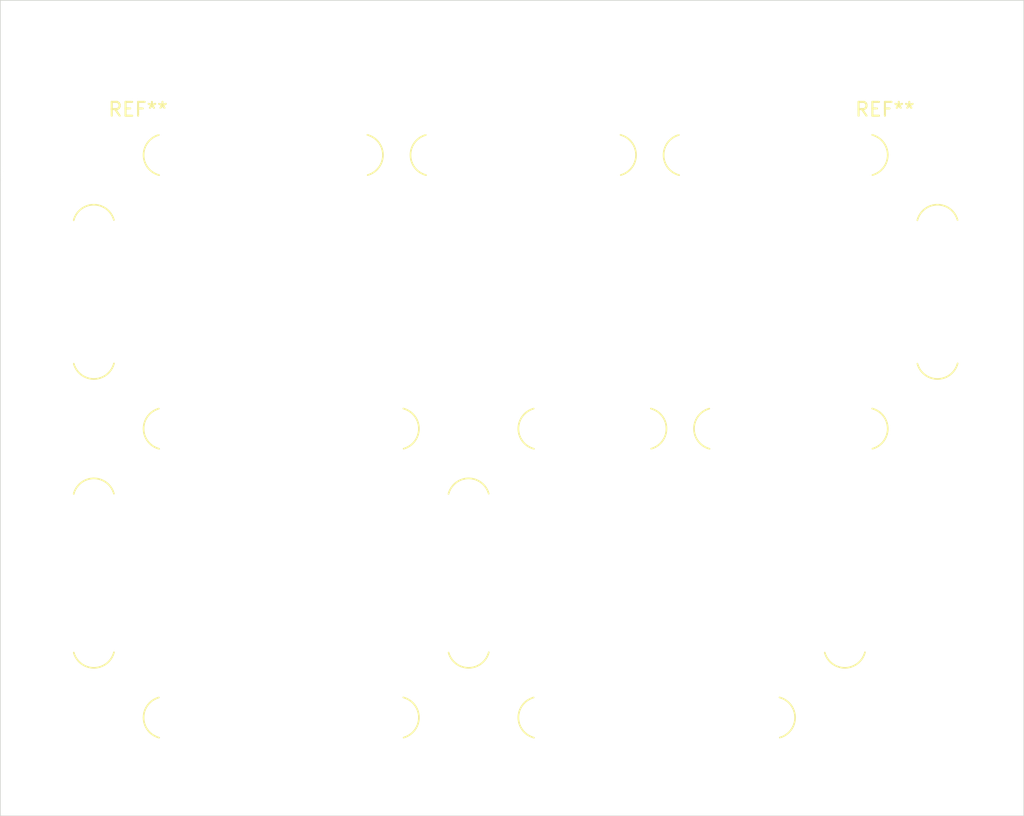
<source format=kicad_pcb>
(kicad_pcb (version 20171130) (host pcbnew "(5.1.9)-1")

  (general
    (thickness 1.6)
    (drawings 45)
    (tracks 0)
    (zones 0)
    (modules 61)
    (nets 1)
  )

  (page A4)
  (layers
    (0 F.Cu signal)
    (31 B.Cu signal)
    (32 B.Adhes user)
    (33 F.Adhes user)
    (34 B.Paste user)
    (35 F.Paste user)
    (36 B.SilkS user)
    (37 F.SilkS user)
    (38 B.Mask user)
    (39 F.Mask user)
    (40 Dwgs.User user)
    (41 Cmts.User user)
    (42 Eco1.User user)
    (43 Eco2.User user)
    (44 Edge.Cuts user)
    (45 Margin user)
    (46 B.CrtYd user)
    (47 F.CrtYd user)
    (48 B.Fab user)
    (49 F.Fab user)
  )

  (setup
    (last_trace_width 0.25)
    (user_trace_width 0.1524)
    (user_trace_width 0.2032)
    (user_trace_width 0.3048)
    (user_trace_width 0.4572)
    (user_trace_width 0.1524)
    (user_trace_width 0.2032)
    (user_trace_width 0.3048)
    (user_trace_width 0.4572)
    (user_trace_width 0.1524)
    (user_trace_width 0.2032)
    (user_trace_width 0.3048)
    (user_trace_width 0.4572)
    (user_trace_width 0.1524)
    (user_trace_width 0.2032)
    (user_trace_width 0.3048)
    (user_trace_width 0.4572)
    (user_trace_width 0.1524)
    (user_trace_width 0.2032)
    (user_trace_width 0.3048)
    (user_trace_width 0.4572)
    (user_trace_width 0.1524)
    (user_trace_width 0.2032)
    (user_trace_width 0.3048)
    (user_trace_width 0.4572)
    (user_trace_width 0.1524)
    (user_trace_width 0.2032)
    (user_trace_width 0.3048)
    (user_trace_width 0.4572)
    (user_trace_width 0.1524)
    (user_trace_width 0.2032)
    (user_trace_width 0.3048)
    (user_trace_width 0.4572)
    (user_trace_width 0.1524)
    (user_trace_width 0.2032)
    (user_trace_width 0.3048)
    (user_trace_width 0.4572)
    (user_trace_width 0.1524)
    (user_trace_width 0.2032)
    (user_trace_width 0.3048)
    (user_trace_width 0.4572)
    (user_trace_width 0.1524)
    (user_trace_width 0.2032)
    (user_trace_width 0.3048)
    (user_trace_width 0.4572)
    (user_trace_width 0.1524)
    (user_trace_width 0.2032)
    (user_trace_width 0.3048)
    (user_trace_width 0.4572)
    (trace_clearance 0.2)
    (zone_clearance 0.508)
    (zone_45_only no)
    (trace_min 0.127)
    (via_size 0.8)
    (via_drill 0.4)
    (via_min_size 0.45)
    (via_min_drill 0.2)
    (user_via 0.45 0.2)
    (user_via 0.45 0.2)
    (user_via 0.45 0.2)
    (user_via 0.45 0.2)
    (user_via 0.45 0.2)
    (user_via 0.45 0.2)
    (user_via 0.45 0.2)
    (user_via 0.45 0.2)
    (user_via 0.45 0.2)
    (user_via 0.45 0.2)
    (user_via 0.45 0.2)
    (user_via 0.45 0.2)
    (uvia_size 0.3)
    (uvia_drill 0.1)
    (uvias_allowed no)
    (uvia_min_size 0.2)
    (uvia_min_drill 0.1)
    (edge_width 0.05)
    (segment_width 0.2)
    (pcb_text_width 0.3)
    (pcb_text_size 1.5 1.5)
    (mod_edge_width 0.12)
    (mod_text_size 1 1)
    (mod_text_width 0.15)
    (pad_size 0.59 0.64)
    (pad_drill 0)
    (pad_to_mask_clearance 0.051)
    (solder_mask_min_width 0.25)
    (aux_axis_origin 151.945 52.19)
    (grid_origin 150.04 47.11)
    (visible_elements 7FFFFFDF)
    (pcbplotparams
      (layerselection 0x010fc_ffffffff)
      (usegerberextensions true)
      (usegerberattributes false)
      (usegerberadvancedattributes false)
      (creategerberjobfile false)
      (excludeedgelayer true)
      (linewidth 0.100000)
      (plotframeref false)
      (viasonmask false)
      (mode 1)
      (useauxorigin true)
      (hpglpennumber 1)
      (hpglpenspeed 20)
      (hpglpendiameter 15.000000)
      (psnegative false)
      (psa4output false)
      (plotreference true)
      (plotvalue true)
      (plotinvisibletext false)
      (padsonsilk false)
      (subtractmaskfromsilk false)
      (outputformat 1)
      (mirror false)
      (drillshape 0)
      (scaleselection 1)
      (outputdirectory "PanelizeGerberCom/"))
  )

  (net 0 "")

  (net_class Default "This is the default net class."
    (clearance 0.2)
    (trace_width 0.25)
    (via_dia 0.8)
    (via_drill 0.4)
    (uvia_dia 0.3)
    (uvia_drill 0.1)
  )

  (module Panelization:4MM_Stencil_Hole (layer F.Cu) (tedit 5E225826) (tstamp 609FC156)
    (at 158 77)
    (fp_text reference REF** (at 0 3) (layer F.SilkS)
      (effects (font (size 1 1) (thickness 0.15)))
    )
    (fp_text value 4MM_Stencil_Hole (at 0 -3) (layer F.Fab)
      (effects (font (size 1 1) (thickness 0.15)))
    )
    (pad "" np_thru_hole circle (at 0 0) (size 4 4) (drill 4) (layers *.Cu *.Paste *.Mask))
  )

  (module Panelization:4MM_Stencil_Hole (layer F.Cu) (tedit 5E225826) (tstamp 609FC141)
    (at 104 77)
    (fp_text reference REF** (at 0 3) (layer F.SilkS)
      (effects (font (size 1 1) (thickness 0.15)))
    )
    (fp_text value 4MM_Stencil_Hole (at 0 -3) (layer F.Fab)
      (effects (font (size 1 1) (thickness 0.15)))
    )
    (pad "" np_thru_hole circle (at 0 0) (size 4 4) (drill 4) (layers *.Cu *.Paste *.Mask))
  )

  (module Panelization:0.5mm-NPTH-Drill (layer F.Cu) (tedit 5E4C20B0) (tstamp 609FBE6B)
    (at 99.14 122.71)
    (fp_text reference REF** (at 0 1) (layer F.SilkS) hide
      (effects (font (size 1 1) (thickness 0.15)))
    )
    (fp_text value 0.5mm-NPTH-Drill (at 0 -1) (layer F.Fab) hide
      (effects (font (size 1 1) (thickness 0.15)))
    )
    (pad "" np_thru_hole circle (at 0 0) (size 0.5 0.5) (drill 0.5) (layers *.Cu *.Mask))
  )

  (module Panelization:0.5mm-NPTH-Drill (layer F.Cu) (tedit 5E4C20B0) (tstamp 609FBE5F)
    (at 96.38 122.72)
    (fp_text reference REF** (at 0 1) (layer F.SilkS) hide
      (effects (font (size 1 1) (thickness 0.15)))
    )
    (fp_text value 0.5mm-NPTH-Drill (at 0 -1) (layer F.Fab) hide
      (effects (font (size 1 1) (thickness 0.15)))
    )
    (pad "" np_thru_hole circle (at 0 0) (size 0.5 0.5) (drill 0.5) (layers *.Cu *.Mask))
  )

  (module Panelization:0.5mm-NPTH-Drill (layer F.Cu) (tedit 5E4C20B0) (tstamp 609FBE5B)
    (at 94.98 122.72)
    (fp_text reference REF** (at 0 1) (layer F.SilkS) hide
      (effects (font (size 1 1) (thickness 0.15)))
    )
    (fp_text value 0.5mm-NPTH-Drill (at 0 -1) (layer F.Fab) hide
      (effects (font (size 1 1) (thickness 0.15)))
    )
    (pad "" np_thru_hole circle (at 0 0) (size 0.5 0.5) (drill 0.5) (layers *.Cu *.Mask))
  )

  (module Panelization:0.5mm-NPTH-Drill (layer F.Cu) (tedit 5E4C20B0) (tstamp 609FBE57)
    (at 95.68 122.72)
    (fp_text reference REF** (at 0 1) (layer F.SilkS) hide
      (effects (font (size 1 1) (thickness 0.15)))
    )
    (fp_text value 0.5mm-NPTH-Drill (at 0 -1) (layer F.Fab) hide
      (effects (font (size 1 1) (thickness 0.15)))
    )
    (pad "" np_thru_hole circle (at 0 0) (size 0.5 0.5) (drill 0.5) (layers *.Cu *.Mask))
  )

  (module Panelization:0.5mm-NPTH-Drill (layer F.Cu) (tedit 5E4C20B0) (tstamp 609FBE53)
    (at 98.48 122.72)
    (fp_text reference REF** (at 0 1) (layer F.SilkS) hide
      (effects (font (size 1 1) (thickness 0.15)))
    )
    (fp_text value 0.5mm-NPTH-Drill (at 0 -1) (layer F.Fab) hide
      (effects (font (size 1 1) (thickness 0.15)))
    )
    (pad "" np_thru_hole circle (at 0 0) (size 0.5 0.5) (drill 0.5) (layers *.Cu *.Mask))
  )

  (module Panelization:0.5mm-NPTH-Drill (layer F.Cu) (tedit 5E4C20B0) (tstamp 609FBE4F)
    (at 97.78 122.72)
    (fp_text reference REF** (at 0 1) (layer F.SilkS) hide
      (effects (font (size 1 1) (thickness 0.15)))
    )
    (fp_text value 0.5mm-NPTH-Drill (at 0 -1) (layer F.Fab) hide
      (effects (font (size 1 1) (thickness 0.15)))
    )
    (pad "" np_thru_hole circle (at 0 0) (size 0.5 0.5) (drill 0.5) (layers *.Cu *.Mask))
  )

  (module Panelization:0.5mm-NPTH-Drill (layer F.Cu) (tedit 5E4C20B0) (tstamp 609FBE4B)
    (at 97.08 122.72)
    (fp_text reference REF** (at 0 1) (layer F.SilkS) hide
      (effects (font (size 1 1) (thickness 0.15)))
    )
    (fp_text value 0.5mm-NPTH-Drill (at 0 -1) (layer F.Fab) hide
      (effects (font (size 1 1) (thickness 0.15)))
    )
    (pad "" np_thru_hole circle (at 0 0) (size 0.5 0.5) (drill 0.5) (layers *.Cu *.Mask))
  )

  (module Panelization:0.5mm-NPTH-Drill (layer F.Cu) (tedit 5E4C20B0) (tstamp 609FBE6B)
    (at 163.04 122.71 180)
    (fp_text reference REF** (at 0 1) (layer F.SilkS) hide
      (effects (font (size 1 1) (thickness 0.15)))
    )
    (fp_text value 0.5mm-NPTH-Drill (at 0 -1) (layer F.Fab) hide
      (effects (font (size 1 1) (thickness 0.15)))
    )
    (pad "" np_thru_hole circle (at 0 0 180) (size 0.5 0.5) (drill 0.5) (layers *.Cu *.Mask))
  )

  (module Panelization:0.5mm-NPTH-Drill (layer F.Cu) (tedit 5E4C20B0) (tstamp 609FBE5F)
    (at 165.8 122.7 180)
    (fp_text reference REF** (at 0 1) (layer F.SilkS) hide
      (effects (font (size 1 1) (thickness 0.15)))
    )
    (fp_text value 0.5mm-NPTH-Drill (at 0 -1) (layer F.Fab) hide
      (effects (font (size 1 1) (thickness 0.15)))
    )
    (pad "" np_thru_hole circle (at 0 0 180) (size 0.5 0.5) (drill 0.5) (layers *.Cu *.Mask))
  )

  (module Panelization:0.5mm-NPTH-Drill (layer F.Cu) (tedit 5E4C20B0) (tstamp 609FBE5B)
    (at 167.2 122.7 180)
    (fp_text reference REF** (at 0 1) (layer F.SilkS) hide
      (effects (font (size 1 1) (thickness 0.15)))
    )
    (fp_text value 0.5mm-NPTH-Drill (at 0 -1) (layer F.Fab) hide
      (effects (font (size 1 1) (thickness 0.15)))
    )
    (pad "" np_thru_hole circle (at 0 0 180) (size 0.5 0.5) (drill 0.5) (layers *.Cu *.Mask))
  )

  (module Panelization:0.5mm-NPTH-Drill (layer F.Cu) (tedit 5E4C20B0) (tstamp 609FBE57)
    (at 166.5 122.7 180)
    (fp_text reference REF** (at 0 1) (layer F.SilkS) hide
      (effects (font (size 1 1) (thickness 0.15)))
    )
    (fp_text value 0.5mm-NPTH-Drill (at 0 -1) (layer F.Fab) hide
      (effects (font (size 1 1) (thickness 0.15)))
    )
    (pad "" np_thru_hole circle (at 0 0 180) (size 0.5 0.5) (drill 0.5) (layers *.Cu *.Mask))
  )

  (module Panelization:0.5mm-NPTH-Drill (layer F.Cu) (tedit 5E4C20B0) (tstamp 609FBE53)
    (at 163.7 122.7 180)
    (fp_text reference REF** (at 0 1) (layer F.SilkS) hide
      (effects (font (size 1 1) (thickness 0.15)))
    )
    (fp_text value 0.5mm-NPTH-Drill (at 0 -1) (layer F.Fab) hide
      (effects (font (size 1 1) (thickness 0.15)))
    )
    (pad "" np_thru_hole circle (at 0 0 180) (size 0.5 0.5) (drill 0.5) (layers *.Cu *.Mask))
  )

  (module Panelization:0.5mm-NPTH-Drill (layer F.Cu) (tedit 5E4C20B0) (tstamp 609FBE4F)
    (at 164.4 122.7 180)
    (fp_text reference REF** (at 0 1) (layer F.SilkS) hide
      (effects (font (size 1 1) (thickness 0.15)))
    )
    (fp_text value 0.5mm-NPTH-Drill (at 0 -1) (layer F.Fab) hide
      (effects (font (size 1 1) (thickness 0.15)))
    )
    (pad "" np_thru_hole circle (at 0 0 180) (size 0.5 0.5) (drill 0.5) (layers *.Cu *.Mask))
  )

  (module Panelization:0.5mm-NPTH-Drill (layer F.Cu) (tedit 5E4C20B0) (tstamp 609FBE4B)
    (at 165.1 122.7 180)
    (fp_text reference REF** (at 0 1) (layer F.SilkS) hide
      (effects (font (size 1 1) (thickness 0.15)))
    )
    (fp_text value 0.5mm-NPTH-Drill (at 0 -1) (layer F.Fab) hide
      (effects (font (size 1 1) (thickness 0.15)))
    )
    (pad "" np_thru_hole circle (at 0 0 180) (size 0.5 0.5) (drill 0.5) (layers *.Cu *.Mask))
  )

  (module Panelization:0.5mm-NPTH-Drill (layer F.Cu) (tedit 5E4C20B0) (tstamp 609FBE6B)
    (at 156.74 122.71 180)
    (fp_text reference REF** (at 0 1) (layer F.SilkS) hide
      (effects (font (size 1 1) (thickness 0.15)))
    )
    (fp_text value 0.5mm-NPTH-Drill (at 0 -1) (layer F.Fab) hide
      (effects (font (size 1 1) (thickness 0.15)))
    )
    (pad "" np_thru_hole circle (at 0 0 180) (size 0.5 0.5) (drill 0.5) (layers *.Cu *.Mask))
  )

  (module Panelization:0.5mm-NPTH-Drill (layer F.Cu) (tedit 5E4C20B0) (tstamp 609FBE67)
    (at 162.34 122.71 180)
    (fp_text reference REF** (at 0 1) (layer F.SilkS) hide
      (effects (font (size 1 1) (thickness 0.15)))
    )
    (fp_text value 0.5mm-NPTH-Drill (at 0 -1) (layer F.Fab) hide
      (effects (font (size 1 1) (thickness 0.15)))
    )
    (pad "" np_thru_hole circle (at 0 0 180) (size 0.5 0.5) (drill 0.5) (layers *.Cu *.Mask))
  )

  (module Panelization:0.5mm-NPTH-Drill (layer F.Cu) (tedit 5E4C20B0) (tstamp 609FBE63)
    (at 161.64 122.71 180)
    (fp_text reference REF** (at 0 1) (layer F.SilkS) hide
      (effects (font (size 1 1) (thickness 0.15)))
    )
    (fp_text value 0.5mm-NPTH-Drill (at 0 -1) (layer F.Fab) hide
      (effects (font (size 1 1) (thickness 0.15)))
    )
    (pad "" np_thru_hole circle (at 0 0 180) (size 0.5 0.5) (drill 0.5) (layers *.Cu *.Mask))
  )

  (module Panelization:0.5mm-NPTH-Drill (layer F.Cu) (tedit 5E4C20B0) (tstamp 609FBE5F)
    (at 159.5 122.7 180)
    (fp_text reference REF** (at 0 1) (layer F.SilkS) hide
      (effects (font (size 1 1) (thickness 0.15)))
    )
    (fp_text value 0.5mm-NPTH-Drill (at 0 -1) (layer F.Fab) hide
      (effects (font (size 1 1) (thickness 0.15)))
    )
    (pad "" np_thru_hole circle (at 0 0 180) (size 0.5 0.5) (drill 0.5) (layers *.Cu *.Mask))
  )

  (module Panelization:0.5mm-NPTH-Drill (layer F.Cu) (tedit 5E4C20B0) (tstamp 609FBE5B)
    (at 160.9 122.7 180)
    (fp_text reference REF** (at 0 1) (layer F.SilkS) hide
      (effects (font (size 1 1) (thickness 0.15)))
    )
    (fp_text value 0.5mm-NPTH-Drill (at 0 -1) (layer F.Fab) hide
      (effects (font (size 1 1) (thickness 0.15)))
    )
    (pad "" np_thru_hole circle (at 0 0 180) (size 0.5 0.5) (drill 0.5) (layers *.Cu *.Mask))
  )

  (module Panelization:0.5mm-NPTH-Drill (layer F.Cu) (tedit 5E4C20B0) (tstamp 609FBE57)
    (at 160.2 122.7 180)
    (fp_text reference REF** (at 0 1) (layer F.SilkS) hide
      (effects (font (size 1 1) (thickness 0.15)))
    )
    (fp_text value 0.5mm-NPTH-Drill (at 0 -1) (layer F.Fab) hide
      (effects (font (size 1 1) (thickness 0.15)))
    )
    (pad "" np_thru_hole circle (at 0 0 180) (size 0.5 0.5) (drill 0.5) (layers *.Cu *.Mask))
  )

  (module Panelization:0.5mm-NPTH-Drill (layer F.Cu) (tedit 5E4C20B0) (tstamp 609FBE53)
    (at 157.4 122.7 180)
    (fp_text reference REF** (at 0 1) (layer F.SilkS) hide
      (effects (font (size 1 1) (thickness 0.15)))
    )
    (fp_text value 0.5mm-NPTH-Drill (at 0 -1) (layer F.Fab) hide
      (effects (font (size 1 1) (thickness 0.15)))
    )
    (pad "" np_thru_hole circle (at 0 0 180) (size 0.5 0.5) (drill 0.5) (layers *.Cu *.Mask))
  )

  (module Panelization:0.5mm-NPTH-Drill (layer F.Cu) (tedit 5E4C20B0) (tstamp 609FBE4F)
    (at 158.1 122.7 180)
    (fp_text reference REF** (at 0 1) (layer F.SilkS) hide
      (effects (font (size 1 1) (thickness 0.15)))
    )
    (fp_text value 0.5mm-NPTH-Drill (at 0 -1) (layer F.Fab) hide
      (effects (font (size 1 1) (thickness 0.15)))
    )
    (pad "" np_thru_hole circle (at 0 0 180) (size 0.5 0.5) (drill 0.5) (layers *.Cu *.Mask))
  )

  (module Panelization:0.5mm-NPTH-Drill (layer F.Cu) (tedit 5E4C20B0) (tstamp 609FBE4B)
    (at 158.8 122.7 180)
    (fp_text reference REF** (at 0 1) (layer F.SilkS) hide
      (effects (font (size 1 1) (thickness 0.15)))
    )
    (fp_text value 0.5mm-NPTH-Drill (at 0 -1) (layer F.Fab) hide
      (effects (font (size 1 1) (thickness 0.15)))
    )
    (pad "" np_thru_hole circle (at 0 0 180) (size 0.5 0.5) (drill 0.5) (layers *.Cu *.Mask))
  )

  (module Panelization:0.5mm-NPTH-Drill (layer F.Cu) (tedit 5E4C20B0) (tstamp 609FBE6B)
    (at 163.44 84.61 180)
    (fp_text reference REF** (at 0 1) (layer F.SilkS) hide
      (effects (font (size 1 1) (thickness 0.15)))
    )
    (fp_text value 0.5mm-NPTH-Drill (at 0 -1) (layer F.Fab) hide
      (effects (font (size 1 1) (thickness 0.15)))
    )
    (pad "" np_thru_hole circle (at 0 0 180) (size 0.5 0.5) (drill 0.5) (layers *.Cu *.Mask))
  )

  (module Panelization:0.5mm-NPTH-Drill (layer F.Cu) (tedit 5E4C20B0) (tstamp 609FBE5F)
    (at 166.2 84.6 180)
    (fp_text reference REF** (at 0 1) (layer F.SilkS) hide
      (effects (font (size 1 1) (thickness 0.15)))
    )
    (fp_text value 0.5mm-NPTH-Drill (at 0 -1) (layer F.Fab) hide
      (effects (font (size 1 1) (thickness 0.15)))
    )
    (pad "" np_thru_hole circle (at 0 0 180) (size 0.5 0.5) (drill 0.5) (layers *.Cu *.Mask))
  )

  (module Panelization:0.5mm-NPTH-Drill (layer F.Cu) (tedit 5E4C20B0) (tstamp 609FBE5B)
    (at 167.6 84.6 180)
    (fp_text reference REF** (at 0 1) (layer F.SilkS) hide
      (effects (font (size 1 1) (thickness 0.15)))
    )
    (fp_text value 0.5mm-NPTH-Drill (at 0 -1) (layer F.Fab) hide
      (effects (font (size 1 1) (thickness 0.15)))
    )
    (pad "" np_thru_hole circle (at 0 0 180) (size 0.5 0.5) (drill 0.5) (layers *.Cu *.Mask))
  )

  (module Panelization:0.5mm-NPTH-Drill (layer F.Cu) (tedit 5E4C20B0) (tstamp 609FBE57)
    (at 166.9 84.6 180)
    (fp_text reference REF** (at 0 1) (layer F.SilkS) hide
      (effects (font (size 1 1) (thickness 0.15)))
    )
    (fp_text value 0.5mm-NPTH-Drill (at 0 -1) (layer F.Fab) hide
      (effects (font (size 1 1) (thickness 0.15)))
    )
    (pad "" np_thru_hole circle (at 0 0 180) (size 0.5 0.5) (drill 0.5) (layers *.Cu *.Mask))
  )

  (module Panelization:0.5mm-NPTH-Drill (layer F.Cu) (tedit 5E4C20B0) (tstamp 609FBE53)
    (at 164.1 84.6 180)
    (fp_text reference REF** (at 0 1) (layer F.SilkS) hide
      (effects (font (size 1 1) (thickness 0.15)))
    )
    (fp_text value 0.5mm-NPTH-Drill (at 0 -1) (layer F.Fab) hide
      (effects (font (size 1 1) (thickness 0.15)))
    )
    (pad "" np_thru_hole circle (at 0 0 180) (size 0.5 0.5) (drill 0.5) (layers *.Cu *.Mask))
  )

  (module Panelization:0.5mm-NPTH-Drill (layer F.Cu) (tedit 5E4C20B0) (tstamp 609FBE4F)
    (at 164.8 84.6 180)
    (fp_text reference REF** (at 0 1) (layer F.SilkS) hide
      (effects (font (size 1 1) (thickness 0.15)))
    )
    (fp_text value 0.5mm-NPTH-Drill (at 0 -1) (layer F.Fab) hide
      (effects (font (size 1 1) (thickness 0.15)))
    )
    (pad "" np_thru_hole circle (at 0 0 180) (size 0.5 0.5) (drill 0.5) (layers *.Cu *.Mask))
  )

  (module Panelization:0.5mm-NPTH-Drill (layer F.Cu) (tedit 5E4C20B0) (tstamp 609FBE4B)
    (at 165.5 84.6 180)
    (fp_text reference REF** (at 0 1) (layer F.SilkS) hide
      (effects (font (size 1 1) (thickness 0.15)))
    )
    (fp_text value 0.5mm-NPTH-Drill (at 0 -1) (layer F.Fab) hide
      (effects (font (size 1 1) (thickness 0.15)))
    )
    (pad "" np_thru_hole circle (at 0 0 180) (size 0.5 0.5) (drill 0.5) (layers *.Cu *.Mask))
  )

  (module Panelization:0.5mm-NPTH-Drill (layer F.Cu) (tedit 5E4C20B0) (tstamp 609FBE6B)
    (at 99.24 84.61)
    (fp_text reference REF** (at 0 1) (layer F.SilkS) hide
      (effects (font (size 1 1) (thickness 0.15)))
    )
    (fp_text value 0.5mm-NPTH-Drill (at 0 -1) (layer F.Fab) hide
      (effects (font (size 1 1) (thickness 0.15)))
    )
    (pad "" np_thru_hole circle (at 0 0) (size 0.5 0.5) (drill 0.5) (layers *.Cu *.Mask))
  )

  (module Panelization:0.5mm-NPTH-Drill (layer F.Cu) (tedit 5E4C20B0) (tstamp 609FBE63)
    (at 94.34 84.61)
    (fp_text reference REF** (at 0 1) (layer F.SilkS) hide
      (effects (font (size 1 1) (thickness 0.15)))
    )
    (fp_text value 0.5mm-NPTH-Drill (at 0 -1) (layer F.Fab) hide
      (effects (font (size 1 1) (thickness 0.15)))
    )
    (pad "" np_thru_hole circle (at 0 0) (size 0.5 0.5) (drill 0.5) (layers *.Cu *.Mask))
  )

  (module Panelization:0.5mm-NPTH-Drill (layer F.Cu) (tedit 5E4C20B0) (tstamp 609FBE5F)
    (at 96.48 84.62)
    (fp_text reference REF** (at 0 1) (layer F.SilkS) hide
      (effects (font (size 1 1) (thickness 0.15)))
    )
    (fp_text value 0.5mm-NPTH-Drill (at 0 -1) (layer F.Fab) hide
      (effects (font (size 1 1) (thickness 0.15)))
    )
    (pad "" np_thru_hole circle (at 0 0) (size 0.5 0.5) (drill 0.5) (layers *.Cu *.Mask))
  )

  (module Panelization:0.5mm-NPTH-Drill (layer F.Cu) (tedit 5E4C20B0) (tstamp 609FBE5B)
    (at 95.08 84.62)
    (fp_text reference REF** (at 0 1) (layer F.SilkS) hide
      (effects (font (size 1 1) (thickness 0.15)))
    )
    (fp_text value 0.5mm-NPTH-Drill (at 0 -1) (layer F.Fab) hide
      (effects (font (size 1 1) (thickness 0.15)))
    )
    (pad "" np_thru_hole circle (at 0 0) (size 0.5 0.5) (drill 0.5) (layers *.Cu *.Mask))
  )

  (module Panelization:0.5mm-NPTH-Drill (layer F.Cu) (tedit 5E4C20B0) (tstamp 609FBE57)
    (at 95.78 84.62)
    (fp_text reference REF** (at 0 1) (layer F.SilkS) hide
      (effects (font (size 1 1) (thickness 0.15)))
    )
    (fp_text value 0.5mm-NPTH-Drill (at 0 -1) (layer F.Fab) hide
      (effects (font (size 1 1) (thickness 0.15)))
    )
    (pad "" np_thru_hole circle (at 0 0) (size 0.5 0.5) (drill 0.5) (layers *.Cu *.Mask))
  )

  (module Panelization:0.5mm-NPTH-Drill (layer F.Cu) (tedit 5E4C20B0) (tstamp 609FBE53)
    (at 98.58 84.62)
    (fp_text reference REF** (at 0 1) (layer F.SilkS) hide
      (effects (font (size 1 1) (thickness 0.15)))
    )
    (fp_text value 0.5mm-NPTH-Drill (at 0 -1) (layer F.Fab) hide
      (effects (font (size 1 1) (thickness 0.15)))
    )
    (pad "" np_thru_hole circle (at 0 0) (size 0.5 0.5) (drill 0.5) (layers *.Cu *.Mask))
  )

  (module Panelization:0.5mm-NPTH-Drill (layer F.Cu) (tedit 5E4C20B0) (tstamp 609FBE4F)
    (at 97.88 84.62)
    (fp_text reference REF** (at 0 1) (layer F.SilkS) hide
      (effects (font (size 1 1) (thickness 0.15)))
    )
    (fp_text value 0.5mm-NPTH-Drill (at 0 -1) (layer F.Fab) hide
      (effects (font (size 1 1) (thickness 0.15)))
    )
    (pad "" np_thru_hole circle (at 0 0) (size 0.5 0.5) (drill 0.5) (layers *.Cu *.Mask))
  )

  (module Panelization:0.5mm-NPTH-Drill (layer F.Cu) (tedit 5E4C20B0) (tstamp 609FBE4B)
    (at 97.18 84.62)
    (fp_text reference REF** (at 0 1) (layer F.SilkS) hide
      (effects (font (size 1 1) (thickness 0.15)))
    )
    (fp_text value 0.5mm-NPTH-Drill (at 0 -1) (layer F.Fab) hide
      (effects (font (size 1 1) (thickness 0.15)))
    )
    (pad "" np_thru_hole circle (at 0 0) (size 0.5 0.5) (drill 0.5) (layers *.Cu *.Mask))
  )

  (module Panelization:0.5mm-NPTH-Drill (layer F.Cu) (tedit 5E4C20B0) (tstamp 609FBE0A)
    (at 131 101.9)
    (fp_text reference REF** (at 0 1) (layer F.SilkS) hide
      (effects (font (size 1 1) (thickness 0.15)))
    )
    (fp_text value 0.5mm-NPTH-Drill (at 0 -1) (layer F.Fab) hide
      (effects (font (size 1 1) (thickness 0.15)))
    )
    (pad "" np_thru_hole circle (at 0 0) (size 0.5 0.5) (drill 0.5) (layers *.Cu *.Mask))
  )

  (module Panelization:0.5mm-NPTH-Drill (layer F.Cu) (tedit 5E4C20B0) (tstamp 609FBDCE)
    (at 129.64 101.91)
    (fp_text reference REF** (at 0 1) (layer F.SilkS) hide
      (effects (font (size 1 1) (thickness 0.15)))
    )
    (fp_text value 0.5mm-NPTH-Drill (at 0 -1) (layer F.Fab) hide
      (effects (font (size 1 1) (thickness 0.15)))
    )
    (pad "" np_thru_hole circle (at 0 0) (size 0.5 0.5) (drill 0.5) (layers *.Cu *.Mask))
  )

  (module Panelization:0.5mm-NPTH-Drill (layer F.Cu) (tedit 5E4C20B0) (tstamp 609FBDCA)
    (at 130.34 101.91)
    (fp_text reference REF** (at 0 1) (layer F.SilkS) hide
      (effects (font (size 1 1) (thickness 0.15)))
    )
    (fp_text value 0.5mm-NPTH-Drill (at 0 -1) (layer F.Fab) hide
      (effects (font (size 1 1) (thickness 0.15)))
    )
    (pad "" np_thru_hole circle (at 0 0) (size 0.5 0.5) (drill 0.5) (layers *.Cu *.Mask))
  )

  (module Panelization:0.5mm-NPTH-Drill (layer F.Cu) (tedit 5E4C20B0) (tstamp 609FBDC6)
    (at 128.94 101.91)
    (fp_text reference REF** (at 0 1) (layer F.SilkS) hide
      (effects (font (size 1 1) (thickness 0.15)))
    )
    (fp_text value 0.5mm-NPTH-Drill (at 0 -1) (layer F.Fab) hide
      (effects (font (size 1 1) (thickness 0.15)))
    )
    (pad "" np_thru_hole circle (at 0 0) (size 0.5 0.5) (drill 0.5) (layers *.Cu *.Mask))
  )

  (module Panelization:0.5mm-NPTH-Drill (layer F.Cu) (tedit 5E4C20B0) (tstamp 609FBDCE)
    (at 127.54 101.91)
    (fp_text reference REF** (at 0 1) (layer F.SilkS) hide
      (effects (font (size 1 1) (thickness 0.15)))
    )
    (fp_text value 0.5mm-NPTH-Drill (at 0 -1) (layer F.Fab) hide
      (effects (font (size 1 1) (thickness 0.15)))
    )
    (pad "" np_thru_hole circle (at 0 0) (size 0.5 0.5) (drill 0.5) (layers *.Cu *.Mask))
  )

  (module Panelization:0.5mm-NPTH-Drill (layer F.Cu) (tedit 5E4C20B0) (tstamp 609FBDCA)
    (at 128.24 101.91)
    (fp_text reference REF** (at 0 1) (layer F.SilkS) hide
      (effects (font (size 1 1) (thickness 0.15)))
    )
    (fp_text value 0.5mm-NPTH-Drill (at 0 -1) (layer F.Fab) hide
      (effects (font (size 1 1) (thickness 0.15)))
    )
    (pad "" np_thru_hole circle (at 0 0) (size 0.5 0.5) (drill 0.5) (layers *.Cu *.Mask))
  )

  (module Panelization:0.5mm-NPTH-Drill (layer F.Cu) (tedit 5E4C20B0) (tstamp 609FBDC6)
    (at 126.84 101.91)
    (fp_text reference REF** (at 0 1) (layer F.SilkS) hide
      (effects (font (size 1 1) (thickness 0.15)))
    )
    (fp_text value 0.5mm-NPTH-Drill (at 0 -1) (layer F.Fab) hide
      (effects (font (size 1 1) (thickness 0.15)))
    )
    (pad "" np_thru_hole circle (at 0 0) (size 0.5 0.5) (drill 0.5) (layers *.Cu *.Mask))
  )

  (module Panelization:0.5mm-NPTH-Drill (layer F.Cu) (tedit 5E4C20B0) (tstamp 609FBD96)
    (at 126.1 101.9)
    (fp_text reference REF** (at 0 1) (layer F.SilkS) hide
      (effects (font (size 1 1) (thickness 0.15)))
    )
    (fp_text value 0.5mm-NPTH-Drill (at 0 -1) (layer F.Fab) hide
      (effects (font (size 1 1) (thickness 0.15)))
    )
    (pad "" np_thru_hole circle (at 0 0) (size 0.5 0.5) (drill 0.5) (layers *.Cu *.Mask))
  )

  (module Panelization:0.5mm-NPTH-Drill (layer F.Cu) (tedit 5E4C20B0) (tstamp 609FBD81)
    (at 125.4 101.9)
    (fp_text reference REF** (at 0 1) (layer F.SilkS) hide
      (effects (font (size 1 1) (thickness 0.15)))
    )
    (fp_text value 0.5mm-NPTH-Drill (at 0 -1) (layer F.Fab) hide
      (effects (font (size 1 1) (thickness 0.15)))
    )
    (pad "" np_thru_hole circle (at 0 0) (size 0.5 0.5) (drill 0.5) (layers *.Cu *.Mask))
  )

  (module Panelization:0.5mm-NPTH-Drill (layer F.Cu) (tedit 5E4C20B0) (tstamp 609FBD6C)
    (at 124.7 101.9)
    (fp_text reference REF** (at 0 1) (layer F.SilkS) hide
      (effects (font (size 1 1) (thickness 0.15)))
    )
    (fp_text value 0.5mm-NPTH-Drill (at 0 -1) (layer F.Fab) hide
      (effects (font (size 1 1) (thickness 0.15)))
    )
    (pad "" np_thru_hole circle (at 0 0) (size 0.5 0.5) (drill 0.5) (layers *.Cu *.Mask))
  )

  (module Panelization:mouse-bite-3mm-slot (layer F.Cu) (tedit 5E4D5524) (tstamp 609FBD1C)
    (at 141 83.3)
    (fp_text reference mouse-bite-3mm-slot (at 0 -2.35) (layer F.SilkS) hide
      (effects (font (size 1 1) (thickness 0.2)))
    )
    (fp_text value VAL** (at 0 2.3) (layer F.SilkS) hide
      (effects (font (size 1 1) (thickness 0.2)))
    )
    (fp_arc (start 2.5 0) (end 2.100001 -1.449999) (angle -149.9569647) (layer F.SilkS) (width 0.12))
    (fp_arc (start -2.5 0) (end -2.100001 1.449999) (angle -149.9569647) (layer F.SilkS) (width 0.12))
    (fp_line (start -2.51 0) (end -2.5 0) (layer Eco1.User) (width 3))
    (fp_line (start 2.51 0) (end 2.5 0) (layer Eco1.User) (width 3))
    (pad "" np_thru_hole circle (at 0.75 1.3) (size 0.5 0.5) (drill 0.5) (layers *.Cu *.Mask))
    (pad "" np_thru_hole circle (at -0.75 1.3) (size 0.5 0.5) (drill 0.5) (layers *.Cu *.Mask))
    (pad "" np_thru_hole circle (at -0.75 -1.3) (size 0.5 0.5) (drill 0.5) (layers *.Cu *.Mask))
    (pad "" np_thru_hole circle (at 0.75 -1.3) (size 0.5 0.5) (drill 0.5) (layers *.Cu *.Mask))
    (pad "" np_thru_hole circle (at 0 1.3) (size 0.5 0.5) (drill 0.5) (layers *.Cu *.Mask))
    (pad "" np_thru_hole circle (at 0 -1.3) (size 0.5 0.5) (drill 0.5) (layers *.Cu *.Mask))
  )

  (module Panelization:mouse-bite-3mm-slot (layer F.Cu) (tedit 5E4D5524) (tstamp 609FBCDA)
    (at 122.7 83.3)
    (fp_text reference mouse-bite-3mm-slot (at 0 -2.35) (layer F.SilkS) hide
      (effects (font (size 1 1) (thickness 0.2)))
    )
    (fp_text value VAL** (at 0 2.3) (layer F.SilkS) hide
      (effects (font (size 1 1) (thickness 0.2)))
    )
    (fp_arc (start 2.5 0) (end 2.100001 -1.449999) (angle -149.9569647) (layer F.SilkS) (width 0.12))
    (fp_arc (start -2.5 0) (end -2.100001 1.449999) (angle -149.9569647) (layer F.SilkS) (width 0.12))
    (fp_line (start -2.51 0) (end -2.5 0) (layer Eco1.User) (width 3))
    (fp_line (start 2.51 0) (end 2.5 0) (layer Eco1.User) (width 3))
    (pad "" np_thru_hole circle (at 0.75 1.3) (size 0.5 0.5) (drill 0.5) (layers *.Cu *.Mask))
    (pad "" np_thru_hole circle (at -0.75 1.3) (size 0.5 0.5) (drill 0.5) (layers *.Cu *.Mask))
    (pad "" np_thru_hole circle (at -0.75 -1.3) (size 0.5 0.5) (drill 0.5) (layers *.Cu *.Mask))
    (pad "" np_thru_hole circle (at 0.75 -1.3) (size 0.5 0.5) (drill 0.5) (layers *.Cu *.Mask))
    (pad "" np_thru_hole circle (at 0 1.3) (size 0.5 0.5) (drill 0.5) (layers *.Cu *.Mask))
    (pad "" np_thru_hole circle (at 0 -1.3) (size 0.5 0.5) (drill 0.5) (layers *.Cu *.Mask))
  )

  (module Panelization:mouse-bite-3mm-slot (layer F.Cu) (tedit 5E4D5524) (tstamp 609FBC98)
    (at 143.2 103.1)
    (fp_text reference mouse-bite-3mm-slot (at 0 -2.35) (layer F.SilkS) hide
      (effects (font (size 1 1) (thickness 0.2)))
    )
    (fp_text value VAL** (at 0 2.3) (layer F.SilkS) hide
      (effects (font (size 1 1) (thickness 0.2)))
    )
    (fp_arc (start 2.5 0) (end 2.100001 -1.449999) (angle -149.9569647) (layer F.SilkS) (width 0.12))
    (fp_arc (start -2.5 0) (end -2.100001 1.449999) (angle -149.9569647) (layer F.SilkS) (width 0.12))
    (fp_line (start -2.51 0) (end -2.5 0) (layer Eco1.User) (width 3))
    (fp_line (start 2.51 0) (end 2.5 0) (layer Eco1.User) (width 3))
    (pad "" np_thru_hole circle (at 0.75 1.3) (size 0.5 0.5) (drill 0.5) (layers *.Cu *.Mask))
    (pad "" np_thru_hole circle (at -0.75 1.3) (size 0.5 0.5) (drill 0.5) (layers *.Cu *.Mask))
    (pad "" np_thru_hole circle (at -0.75 -1.3) (size 0.5 0.5) (drill 0.5) (layers *.Cu *.Mask))
    (pad "" np_thru_hole circle (at 0.75 -1.3) (size 0.5 0.5) (drill 0.5) (layers *.Cu *.Mask))
    (pad "" np_thru_hole circle (at 0 1.3) (size 0.5 0.5) (drill 0.5) (layers *.Cu *.Mask))
    (pad "" np_thru_hole circle (at 0 -1.3) (size 0.5 0.5) (drill 0.5) (layers *.Cu *.Mask))
  )

  (module Panelization:mouse-bite-3mm-slot-3way (layer F.Cu) (tedit 5F538FA7) (tstamp 609FBC02)
    (at 127.9 124 90)
    (fp_text reference mouse-bite-3mm-slot-3way (at 0 -7.6 90) (layer F.SilkS) hide
      (effects (font (size 1 1) (thickness 0.2)))
    )
    (fp_text value VAL** (at 0 8 90) (layer F.SilkS) hide
      (effects (font (size 1 1) (thickness 0.2)))
    )
    (fp_arc (start 0 5.1) (end 1.45 4.7) (angle -150) (layer F.SilkS) (width 0.12))
    (fp_arc (start 0 -5.1) (end -1.45 -4.7) (angle -150) (layer F.SilkS) (width 0.12))
    (fp_arc (start 5.1 0) (end 4.7 -1.45) (angle -150) (layer F.SilkS) (width 0.12))
    (fp_line (start 0 5.1) (end 0 5.11) (layer Eco1.User) (width 3))
    (fp_line (start 0 -5.11) (end 0 -5.1) (layer Eco1.User) (width 3))
    (fp_line (start 5.11 0) (end 5.1 0) (layer Eco1.User) (width 3))
    (pad "" np_thru_hole circle (at 1.3 0 180) (size 0.5 0.5) (drill 0.5) (layers *.Cu *.Mask))
    (pad "" np_thru_hole circle (at 1.3 2.65) (size 0.5 0.5) (drill 0.5) (layers *.Cu *.Mask))
    (pad "" np_thru_hole circle (at 1.3 3.4) (size 0.5 0.5) (drill 0.5) (layers *.Cu *.Mask))
    (pad "" np_thru_hole circle (at 1.3 1.9) (size 0.5 0.5) (drill 0.5) (layers *.Cu *.Mask))
    (pad "" np_thru_hole circle (at 1.3 -2.65 180) (size 0.5 0.5) (drill 0.5) (layers *.Cu *.Mask))
    (pad "" np_thru_hole circle (at 1.3 -1.9 180) (size 0.5 0.5) (drill 0.5) (layers *.Cu *.Mask))
    (pad "" np_thru_hole circle (at 1.3 -3.4 180) (size 0.5 0.5) (drill 0.5) (layers *.Cu *.Mask))
    (pad "" np_thru_hole circle (at 3.4 1.3 90) (size 0.5 0.5) (drill 0.5) (layers *.Cu *.Mask))
    (pad "" np_thru_hole circle (at 1.9 1.3 90) (size 0.5 0.5) (drill 0.5) (layers *.Cu *.Mask))
    (pad "" np_thru_hole circle (at 1.9 -1.3 90) (size 0.5 0.5) (drill 0.5) (layers *.Cu *.Mask))
    (pad "" np_thru_hole circle (at 3.4 -1.3 90) (size 0.5 0.5) (drill 0.5) (layers *.Cu *.Mask))
    (pad "" np_thru_hole circle (at 2.65 1.3 90) (size 0.5 0.5) (drill 0.5) (layers *.Cu *.Mask))
    (pad "" np_thru_hole circle (at 2.65 -1.3 90) (size 0.5 0.5) (drill 0.5) (layers *.Cu *.Mask))
  )

  (module Panelization:mouse-bite-3mm-slot-corner (layer F.Cu) (tedit 5F538C46) (tstamp 609FBB73)
    (at 155.1 124 90)
    (fp_text reference mouse-bite-3mm-slot-corner (at 0 -7.6 90) (layer F.SilkS) hide
      (effects (font (size 1 1) (thickness 0.2)))
    )
    (fp_text value VAL** (at 0 3.2 90) (layer F.SilkS) hide
      (effects (font (size 1 1) (thickness 0.2)))
    )
    (fp_arc (start 5.1 0) (end 4.7 -1.45) (angle -150) (layer F.SilkS) (width 0.12))
    (fp_arc (start 0 -5.1) (end -1.45 -4.7) (angle -150) (layer F.SilkS) (width 0.12))
    (fp_line (start 5.11 0) (end 5.1 0) (layer Eco1.User) (width 3))
    (fp_line (start 0 -5.11) (end 0 -5.1) (layer Eco1.User) (width 3))
    (pad "" np_thru_hole circle (at 2.65 -1.3 90) (size 0.5 0.5) (drill 0.5) (layers *.Cu *.Mask))
    (pad "" np_thru_hole circle (at 3.4 -1.3 90) (size 0.5 0.5) (drill 0.5) (layers *.Cu *.Mask))
    (pad "" np_thru_hole circle (at 1.9 -1.3 90) (size 0.5 0.5) (drill 0.5) (layers *.Cu *.Mask))
    (pad "" np_thru_hole circle (at 1.3 -3.4 180) (size 0.5 0.5) (drill 0.5) (layers *.Cu *.Mask))
    (pad "" np_thru_hole circle (at 1.3 -1.9 180) (size 0.5 0.5) (drill 0.5) (layers *.Cu *.Mask))
    (pad "" np_thru_hole circle (at 1.3 -2.65 180) (size 0.5 0.5) (drill 0.5) (layers *.Cu *.Mask))
    (pad "" np_thru_hole circle (at 0.55 -1.3 90) (size 0.5 0.5) (drill 0.5) (layers *.Cu *.Mask))
    (pad "" np_thru_hole circle (at -0.95 -1.3 90) (size 0.5 0.5) (drill 0.5) (layers *.Cu *.Mask))
    (pad "" np_thru_hole circle (at -0.2 -1.3 90) (size 0.5 0.5) (drill 0.5) (layers *.Cu *.Mask))
    (pad "" np_thru_hole circle (at 1.3 0.95 180) (size 0.5 0.5) (drill 0.5) (layers *.Cu *.Mask))
    (pad "" np_thru_hole circle (at 1.3 -0.55 180) (size 0.5 0.5) (drill 0.5) (layers *.Cu *.Mask))
    (pad "" np_thru_hole circle (at 1.3 0.2 180) (size 0.5 0.5) (drill 0.5) (layers *.Cu *.Mask))
  )

  (module Panelization:mouse-bite-3mm-slot-corner (layer F.Cu) (tedit 5F538C46) (tstamp 609FBB13)
    (at 100.8 124)
    (fp_text reference mouse-bite-3mm-slot-corner (at 0 -7.6) (layer F.SilkS) hide
      (effects (font (size 1 1) (thickness 0.2)))
    )
    (fp_text value VAL** (at 0 3.2) (layer F.SilkS) hide
      (effects (font (size 1 1) (thickness 0.2)))
    )
    (fp_arc (start 5.1 0) (end 4.7 -1.45) (angle -150) (layer F.SilkS) (width 0.12))
    (fp_arc (start 0 -5.1) (end -1.45 -4.7) (angle -150) (layer F.SilkS) (width 0.12))
    (fp_line (start 5.11 0) (end 5.1 0) (layer Eco1.User) (width 3))
    (fp_line (start 0 -5.11) (end 0 -5.1) (layer Eco1.User) (width 3))
    (pad "" np_thru_hole circle (at 2.65 -1.3) (size 0.5 0.5) (drill 0.5) (layers *.Cu *.Mask))
    (pad "" np_thru_hole circle (at 3.4 -1.3) (size 0.5 0.5) (drill 0.5) (layers *.Cu *.Mask))
    (pad "" np_thru_hole circle (at 1.9 -1.3) (size 0.5 0.5) (drill 0.5) (layers *.Cu *.Mask))
    (pad "" np_thru_hole circle (at 1.3 -3.4 90) (size 0.5 0.5) (drill 0.5) (layers *.Cu *.Mask))
    (pad "" np_thru_hole circle (at 1.3 -1.9 90) (size 0.5 0.5) (drill 0.5) (layers *.Cu *.Mask))
    (pad "" np_thru_hole circle (at 1.3 -2.65 90) (size 0.5 0.5) (drill 0.5) (layers *.Cu *.Mask))
    (pad "" np_thru_hole circle (at 0.55 -1.3) (size 0.5 0.5) (drill 0.5) (layers *.Cu *.Mask))
    (pad "" np_thru_hole circle (at -0.95 -1.3) (size 0.5 0.5) (drill 0.5) (layers *.Cu *.Mask))
    (pad "" np_thru_hole circle (at -0.2 -1.3) (size 0.5 0.5) (drill 0.5) (layers *.Cu *.Mask))
    (pad "" np_thru_hole circle (at 1.3 0.95 90) (size 0.5 0.5) (drill 0.5) (layers *.Cu *.Mask))
    (pad "" np_thru_hole circle (at 1.3 -0.55 90) (size 0.5 0.5) (drill 0.5) (layers *.Cu *.Mask))
    (pad "" np_thru_hole circle (at 1.3 0.2 90) (size 0.5 0.5) (drill 0.5) (layers *.Cu *.Mask))
  )

  (module Panelization:mouse-bite-3mm-slot-corner (layer F.Cu) (tedit 5F538C46) (tstamp 609FBAB3)
    (at 100.8 83.3 270)
    (fp_text reference mouse-bite-3mm-slot-corner (at 0 -7.6 90) (layer F.SilkS) hide
      (effects (font (size 1 1) (thickness 0.2)))
    )
    (fp_text value VAL** (at 0 3.2 90) (layer F.SilkS) hide
      (effects (font (size 1 1) (thickness 0.2)))
    )
    (fp_arc (start 5.1 0) (end 4.7 -1.45) (angle -150) (layer F.SilkS) (width 0.12))
    (fp_arc (start 0 -5.1) (end -1.45 -4.7) (angle -150) (layer F.SilkS) (width 0.12))
    (fp_line (start 5.11 0) (end 5.1 0) (layer Eco1.User) (width 3))
    (fp_line (start 0 -5.11) (end 0 -5.1) (layer Eco1.User) (width 3))
    (pad "" np_thru_hole circle (at 2.65 -1.3 270) (size 0.5 0.5) (drill 0.5) (layers *.Cu *.Mask))
    (pad "" np_thru_hole circle (at 3.4 -1.3 270) (size 0.5 0.5) (drill 0.5) (layers *.Cu *.Mask))
    (pad "" np_thru_hole circle (at 1.9 -1.3 270) (size 0.5 0.5) (drill 0.5) (layers *.Cu *.Mask))
    (pad "" np_thru_hole circle (at 1.3 -3.4) (size 0.5 0.5) (drill 0.5) (layers *.Cu *.Mask))
    (pad "" np_thru_hole circle (at 1.3 -1.9) (size 0.5 0.5) (drill 0.5) (layers *.Cu *.Mask))
    (pad "" np_thru_hole circle (at 1.3 -2.65) (size 0.5 0.5) (drill 0.5) (layers *.Cu *.Mask))
    (pad "" np_thru_hole circle (at 0.55 -1.3 270) (size 0.5 0.5) (drill 0.5) (layers *.Cu *.Mask))
    (pad "" np_thru_hole circle (at -0.95 -1.3 270) (size 0.5 0.5) (drill 0.5) (layers *.Cu *.Mask))
    (pad "" np_thru_hole circle (at -0.2 -1.3 270) (size 0.5 0.5) (drill 0.5) (layers *.Cu *.Mask))
    (pad "" np_thru_hole circle (at 1.3 0.95) (size 0.5 0.5) (drill 0.5) (layers *.Cu *.Mask))
    (pad "" np_thru_hole circle (at 1.3 -0.55) (size 0.5 0.5) (drill 0.5) (layers *.Cu *.Mask))
    (pad "" np_thru_hole circle (at 1.3 0.2) (size 0.5 0.5) (drill 0.5) (layers *.Cu *.Mask))
  )

  (module Panelization:mouse-bite-3mm-slot-corner (layer F.Cu) (tedit 5F538C46) (tstamp 609FBA53)
    (at 161.8 83.3 180)
    (fp_text reference mouse-bite-3mm-slot-corner (at 0 -7.6) (layer F.SilkS) hide
      (effects (font (size 1 1) (thickness 0.2)))
    )
    (fp_text value VAL** (at 0 3.2) (layer F.SilkS) hide
      (effects (font (size 1 1) (thickness 0.2)))
    )
    (fp_arc (start 5.1 0) (end 4.7 -1.45) (angle -150) (layer F.SilkS) (width 0.12))
    (fp_arc (start 0 -5.1) (end -1.45 -4.7) (angle -150) (layer F.SilkS) (width 0.12))
    (fp_line (start 5.11 0) (end 5.1 0) (layer Eco1.User) (width 3))
    (fp_line (start 0 -5.11) (end 0 -5.1) (layer Eco1.User) (width 3))
    (pad "" np_thru_hole circle (at 2.65 -1.3 180) (size 0.5 0.5) (drill 0.5) (layers *.Cu *.Mask))
    (pad "" np_thru_hole circle (at 3.4 -1.3 180) (size 0.5 0.5) (drill 0.5) (layers *.Cu *.Mask))
    (pad "" np_thru_hole circle (at 1.9 -1.3 180) (size 0.5 0.5) (drill 0.5) (layers *.Cu *.Mask))
    (pad "" np_thru_hole circle (at 1.3 -3.4 270) (size 0.5 0.5) (drill 0.5) (layers *.Cu *.Mask))
    (pad "" np_thru_hole circle (at 1.3 -1.9 270) (size 0.5 0.5) (drill 0.5) (layers *.Cu *.Mask))
    (pad "" np_thru_hole circle (at 1.3 -2.65 270) (size 0.5 0.5) (drill 0.5) (layers *.Cu *.Mask))
    (pad "" np_thru_hole circle (at 0.55 -1.3 180) (size 0.5 0.5) (drill 0.5) (layers *.Cu *.Mask))
    (pad "" np_thru_hole circle (at -0.95 -1.3 180) (size 0.5 0.5) (drill 0.5) (layers *.Cu *.Mask))
    (pad "" np_thru_hole circle (at -0.2 -1.3 180) (size 0.5 0.5) (drill 0.5) (layers *.Cu *.Mask))
    (pad "" np_thru_hole circle (at 1.3 0.95 270) (size 0.5 0.5) (drill 0.5) (layers *.Cu *.Mask))
    (pad "" np_thru_hole circle (at 1.3 -0.55 270) (size 0.5 0.5) (drill 0.5) (layers *.Cu *.Mask))
    (pad "" np_thru_hole circle (at 1.3 0.2 270) (size 0.5 0.5) (drill 0.5) (layers *.Cu *.Mask))
  )

  (module Panelization:mouse-bite-3mm-slot-corner (layer F.Cu) (tedit 5F538C46) (tstamp 609FB9F3)
    (at 161.8 103.1 90)
    (fp_text reference mouse-bite-3mm-slot-corner (at 0 -7.6 90) (layer F.SilkS) hide
      (effects (font (size 1 1) (thickness 0.2)))
    )
    (fp_text value VAL** (at 0 3.2 90) (layer F.SilkS) hide
      (effects (font (size 1 1) (thickness 0.2)))
    )
    (fp_arc (start 5.1 0) (end 4.7 -1.45) (angle -150) (layer F.SilkS) (width 0.12))
    (fp_arc (start 0 -5.1) (end -1.45 -4.7) (angle -150) (layer F.SilkS) (width 0.12))
    (fp_line (start 5.11 0) (end 5.1 0) (layer Eco1.User) (width 3))
    (fp_line (start 0 -5.11) (end 0 -5.1) (layer Eco1.User) (width 3))
    (pad "" np_thru_hole circle (at 2.65 -1.3 90) (size 0.5 0.5) (drill 0.5) (layers *.Cu *.Mask))
    (pad "" np_thru_hole circle (at 3.4 -1.3 90) (size 0.5 0.5) (drill 0.5) (layers *.Cu *.Mask))
    (pad "" np_thru_hole circle (at 1.9 -1.3 90) (size 0.5 0.5) (drill 0.5) (layers *.Cu *.Mask))
    (pad "" np_thru_hole circle (at 1.3 -3.4 180) (size 0.5 0.5) (drill 0.5) (layers *.Cu *.Mask))
    (pad "" np_thru_hole circle (at 1.3 -1.9 180) (size 0.5 0.5) (drill 0.5) (layers *.Cu *.Mask))
    (pad "" np_thru_hole circle (at 1.3 -2.65 180) (size 0.5 0.5) (drill 0.5) (layers *.Cu *.Mask))
    (pad "" np_thru_hole circle (at 0.55 -1.3 90) (size 0.5 0.5) (drill 0.5) (layers *.Cu *.Mask))
    (pad "" np_thru_hole circle (at -0.95 -1.3 90) (size 0.5 0.5) (drill 0.5) (layers *.Cu *.Mask))
    (pad "" np_thru_hole circle (at -0.2 -1.3 90) (size 0.5 0.5) (drill 0.5) (layers *.Cu *.Mask))
    (pad "" np_thru_hole circle (at 1.3 0.95 180) (size 0.5 0.5) (drill 0.5) (layers *.Cu *.Mask))
    (pad "" np_thru_hole circle (at 1.3 -0.55 180) (size 0.5 0.5) (drill 0.5) (layers *.Cu *.Mask))
    (pad "" np_thru_hole circle (at 1.3 0.2 180) (size 0.5 0.5) (drill 0.5) (layers *.Cu *.Mask))
  )

  (module Panelization:mouse-bite-3mm-slot-3way (layer F.Cu) (tedit 5F538FA7) (tstamp 609FB88D)
    (at 127.9 103.1 270)
    (fp_text reference mouse-bite-3mm-slot-3way (at 0 -7.6 90) (layer F.SilkS) hide
      (effects (font (size 1 1) (thickness 0.2)))
    )
    (fp_text value VAL** (at 0 8 90) (layer F.SilkS) hide
      (effects (font (size 1 1) (thickness 0.2)))
    )
    (fp_arc (start 0 5.1) (end 1.45 4.7) (angle -150) (layer F.SilkS) (width 0.12))
    (fp_arc (start 0 -5.1) (end -1.45 -4.7) (angle -150) (layer F.SilkS) (width 0.12))
    (fp_arc (start 5.1 0) (end 4.7 -1.45) (angle -150) (layer F.SilkS) (width 0.12))
    (fp_line (start 0 5.1) (end 0 5.11) (layer Eco1.User) (width 3))
    (fp_line (start 0 -5.11) (end 0 -5.1) (layer Eco1.User) (width 3))
    (fp_line (start 5.11 0) (end 5.1 0) (layer Eco1.User) (width 3))
    (pad "" np_thru_hole circle (at 1.3 0) (size 0.5 0.5) (drill 0.5) (layers *.Cu *.Mask))
    (pad "" np_thru_hole circle (at 1.3 2.65 180) (size 0.5 0.5) (drill 0.5) (layers *.Cu *.Mask))
    (pad "" np_thru_hole circle (at 1.3 3.4 180) (size 0.5 0.5) (drill 0.5) (layers *.Cu *.Mask))
    (pad "" np_thru_hole circle (at 1.3 1.9 180) (size 0.5 0.5) (drill 0.5) (layers *.Cu *.Mask))
    (pad "" np_thru_hole circle (at 1.3 -2.65) (size 0.5 0.5) (drill 0.5) (layers *.Cu *.Mask))
    (pad "" np_thru_hole circle (at 1.3 -1.9) (size 0.5 0.5) (drill 0.5) (layers *.Cu *.Mask))
    (pad "" np_thru_hole circle (at 1.3 -3.4) (size 0.5 0.5) (drill 0.5) (layers *.Cu *.Mask))
    (pad "" np_thru_hole circle (at 3.4 1.3 270) (size 0.5 0.5) (drill 0.5) (layers *.Cu *.Mask))
    (pad "" np_thru_hole circle (at 1.9 1.3 270) (size 0.5 0.5) (drill 0.5) (layers *.Cu *.Mask))
    (pad "" np_thru_hole circle (at 1.9 -1.3 270) (size 0.5 0.5) (drill 0.5) (layers *.Cu *.Mask))
    (pad "" np_thru_hole circle (at 3.4 -1.3 270) (size 0.5 0.5) (drill 0.5) (layers *.Cu *.Mask))
    (pad "" np_thru_hole circle (at 2.65 1.3 270) (size 0.5 0.5) (drill 0.5) (layers *.Cu *.Mask))
    (pad "" np_thru_hole circle (at 2.65 -1.3 270) (size 0.5 0.5) (drill 0.5) (layers *.Cu *.Mask))
  )

  (module Panelization:mouse-bite-3mm-slot-3way (layer F.Cu) (tedit 5F538FA7) (tstamp 609FB818)
    (at 100.8 103.1)
    (fp_text reference mouse-bite-3mm-slot-3way (at 0 -7.6) (layer F.SilkS) hide
      (effects (font (size 1 1) (thickness 0.2)))
    )
    (fp_text value VAL** (at 0 8) (layer F.SilkS) hide
      (effects (font (size 1 1) (thickness 0.2)))
    )
    (fp_arc (start 0 5.1) (end 1.45 4.7) (angle -150) (layer F.SilkS) (width 0.12))
    (fp_arc (start 0 -5.1) (end -1.45 -4.7) (angle -150) (layer F.SilkS) (width 0.12))
    (fp_arc (start 5.1 0) (end 4.7 -1.45) (angle -150) (layer F.SilkS) (width 0.12))
    (fp_line (start 0 5.1) (end 0 5.11) (layer Eco1.User) (width 3))
    (fp_line (start 0 -5.11) (end 0 -5.1) (layer Eco1.User) (width 3))
    (fp_line (start 5.11 0) (end 5.1 0) (layer Eco1.User) (width 3))
    (pad "" np_thru_hole circle (at 1.3 0 90) (size 0.5 0.5) (drill 0.5) (layers *.Cu *.Mask))
    (pad "" np_thru_hole circle (at 1.3 2.65 270) (size 0.5 0.5) (drill 0.5) (layers *.Cu *.Mask))
    (pad "" np_thru_hole circle (at 1.3 3.4 270) (size 0.5 0.5) (drill 0.5) (layers *.Cu *.Mask))
    (pad "" np_thru_hole circle (at 1.3 1.9 270) (size 0.5 0.5) (drill 0.5) (layers *.Cu *.Mask))
    (pad "" np_thru_hole circle (at 1.3 -2.65 90) (size 0.5 0.5) (drill 0.5) (layers *.Cu *.Mask))
    (pad "" np_thru_hole circle (at 1.3 -1.9 90) (size 0.5 0.5) (drill 0.5) (layers *.Cu *.Mask))
    (pad "" np_thru_hole circle (at 1.3 -3.4 90) (size 0.5 0.5) (drill 0.5) (layers *.Cu *.Mask))
    (pad "" np_thru_hole circle (at 3.4 1.3) (size 0.5 0.5) (drill 0.5) (layers *.Cu *.Mask))
    (pad "" np_thru_hole circle (at 1.9 1.3) (size 0.5 0.5) (drill 0.5) (layers *.Cu *.Mask))
    (pad "" np_thru_hole circle (at 1.9 -1.3) (size 0.5 0.5) (drill 0.5) (layers *.Cu *.Mask))
    (pad "" np_thru_hole circle (at 3.4 -1.3) (size 0.5 0.5) (drill 0.5) (layers *.Cu *.Mask))
    (pad "" np_thru_hole circle (at 2.65 1.3) (size 0.5 0.5) (drill 0.5) (layers *.Cu *.Mask))
    (pad "" np_thru_hole circle (at 2.65 -1.3) (size 0.5 0.5) (drill 0.5) (layers *.Cu *.Mask))
  )

  (gr_line (start 94.04 131.11) (end 94.04 85.11) (layer Edge.Cuts) (width 0.05) (tstamp 609FBE49))
  (gr_line (start 168.04 131.11) (end 94.04 131.11) (layer Edge.Cuts) (width 0.05))
  (gr_line (start 168.04 72.11) (end 168.04 131.11) (layer Edge.Cuts) (width 0.05))
  (gr_line (start 94.04 72.11) (end 168.04 72.11) (layer Edge.Cuts) (width 0.05))
  (gr_line (start 94.04 85.11) (end 94.04 72.11) (layer Edge.Cuts) (width 0.05))
  (gr_text "CUT HERE" (at 141.5 124) (layer Cmts.User) (tstamp 609FBE30)
    (effects (font (size 1 1) (thickness 0.15)))
  )
  (gr_text "CUT HERE" (at 114 124) (layer Cmts.User) (tstamp 609FBE30)
    (effects (font (size 1 1) (thickness 0.15)))
  )
  (gr_text "CUT HERE" (at 114.5 103) (layer Cmts.User) (tstamp 609FBE30)
    (effects (font (size 1 1) (thickness 0.15)))
  )
  (gr_text "CUT HERE" (at 127.93 113.65 90) (layer Cmts.User) (tstamp 609FBE30)
    (effects (font (size 1 1) (thickness 0.15)))
  )
  (gr_text "CUT HERE" (at 100.93 113.65 90) (layer Cmts.User) (tstamp 609FBE30)
    (effects (font (size 1 1) (thickness 0.15)))
  )
  (gr_text "CUT HERE" (at 100.93 93.15 90) (layer Cmts.User) (tstamp 609FBE30)
    (effects (font (size 1 1) (thickness 0.15)))
  )
  (gr_text "CUT HERE" (at 112.5 83.5) (layer Cmts.User) (tstamp 609FBE30)
    (effects (font (size 1 1) (thickness 0.15)))
  )
  (gr_text "CUT HERE" (at 131.5 83.5) (layer Cmts.User) (tstamp 609FBE30)
    (effects (font (size 1 1) (thickness 0.15)))
  )
  (gr_text "CUT HERE" (at 150 83.5) (layer Cmts.User) (tstamp 609FBE30)
    (effects (font (size 1 1) (thickness 0.15)))
  )
  (gr_text "CUT HERE" (at 161.93 93.15 90) (layer Cmts.User) (tstamp 609FBE30)
    (effects (font (size 1 1) (thickness 0.15)))
  )
  (gr_text "CUT HERE" (at 155.43 111.65 90) (layer Cmts.User) (tstamp 609FBE30)
    (effects (font (size 1 1) (thickness 0.15)))
  )
  (gr_text "CUT HERE" (at 151 103) (layer Cmts.User) (tstamp 609FBE30)
    (effects (font (size 1 1) (thickness 0.15)))
  )
  (gr_text "CUT HERE" (at 137 103) (layer Cmts.User)
    (effects (font (size 1 1) (thickness 0.15)))
  )
  (gr_line (start 155.1 118.9) (end 155.09 103.11) (layer Eco1.User) (width 3))
  (gr_line (start 105.91 124) (end 122.8 124) (layer Eco1.User) (width 3))
  (gr_line (start 100.8 108.2) (end 100.8 118.9) (layer Eco1.User) (width 3))
  (gr_line (start 100.8 88.41) (end 100.8 98) (layer Eco1.User) (width 3))
  (gr_line (start 120.19 83.3) (end 105.9 83.3) (layer Eco1.User) (width 3))
  (gr_line (start 138.49 83.3) (end 125.2 83.3) (layer Eco1.User) (width 3))
  (gr_line (start 143.5 83.3) (end 143.51 83.3) (layer Eco1.User) (width 3))
  (gr_line (start 156.69 83.3) (end 143.5 83.3) (layer Eco1.User) (width 3))
  (gr_line (start 157.025 83.305) (end 156.69 83.3) (layer Eco1.User) (width 3))
  (gr_line (start 161.8 98) (end 161.8 88.41) (layer Eco1.User) (width 3))
  (gr_line (start 145.71 103.1) (end 156.7 103.1) (layer Eco1.User) (width 3))
  (gr_line (start 133.01 103.1) (end 140.7 103.1) (layer Eco1.User) (width 3))
  (gr_line (start 133.01 124) (end 149.99 124) (layer Eco1.User) (width 3))
  (gr_line (start 127.9 108.2) (end 127.9 118.9) (layer Eco1.User) (width 3))
  (gr_line (start 105.9 103.1) (end 122.8 103.1) (layer Eco1.User) (width 3))
  (gr_line (start 160.274 84.836) (end 102.362 84.836) (layer Dwgs.User) (width 0.05) (tstamp 609ADA30))
  (gr_line (start 102.362 101.6) (end 160.274 101.6) (layer Dwgs.User) (width 0.05))
  (gr_line (start 160.274 101.6) (end 160.274 84.836) (layer Dwgs.User) (width 0.05))
  (gr_line (start 102.362 84.836) (end 102.362 101.6) (layer Dwgs.User) (width 0.05))
  (gr_line (start 126.43 104.655) (end 102.3 104.655) (layer Dwgs.User) (width 0.05) (tstamp 609C4896))
  (gr_line (start 102.3 122.435) (end 126.43 122.435) (layer Dwgs.User) (width 0.05) (tstamp 609C4895))
  (gr_line (start 126.43 104.655) (end 126.43 122.435) (layer Dwgs.User) (width 0.05))
  (gr_line (start 102.3 122.435) (end 102.3 104.655) (layer Dwgs.User) (width 0.05))
  (gr_line (start 153.58 104.655) (end 129.45 104.655) (layer Dwgs.User) (width 0.05) (tstamp 609C4896))
  (gr_line (start 129.45 122.435) (end 153.58 122.435) (layer Dwgs.User) (width 0.05) (tstamp 609C4895))
  (gr_line (start 153.58 104.655) (end 153.58 122.435) (layer Dwgs.User) (width 0.05))
  (gr_line (start 129.45 122.435) (end 129.45 104.655) (layer Dwgs.User) (width 0.05))

)

</source>
